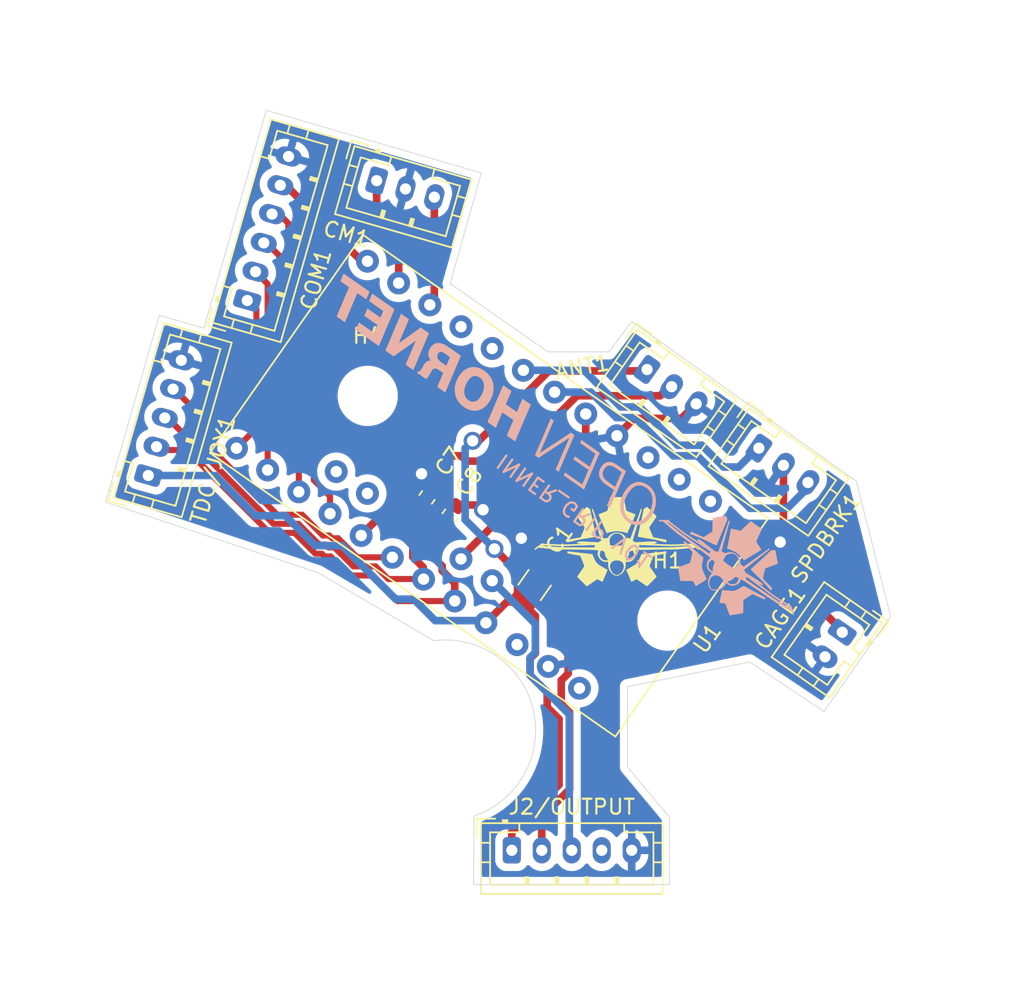
<source format=kicad_pcb>
(kicad_pcb (version 20211014) (generator pcbnew)
  (layers (0 "F.Cu" signal) (31 "B.Cu" signal) (34 "B.Paste" user) (35 "F.Paste" user) (36 "B.SilkS" user "B.Silkscreen") (37 "F.SilkS" user "F.Silkscreen") (38 "B.Mask" user) (39 "F.Mask" user) (44 "Edge.Cuts" user))
  (net 0 "")
  (net 1 "GND")
  (net 2 "VCC")
  (net 3 "/JOY_Y")
  (net 4 "/JOY_X")
  (net 5 "/SPARE")
  (net 6 "/I2C_SCK")
  (net 7 "/I2C_DATA")
  (net 8 "/JOY_SW")
  (net 9 "/PUSH")
  (net 10 "/D")
  (net 11 "/C")
  (net 12 "/B")
  (net 13 "/A")
  (net 14 "/ANTENNA_ELEVATION")
  (net 15 "/SPEEDBREAK_RETRACT")
  (net 16 "/SPEEDBREAK_EXTEND")
  (net 17 "/COUNTERMEASURES_AFT")
  (net 18 "/COUNTERMEASURES_FWD")
  (net 19 "/CAGE-UNCAGE")
  (net 20 "Net-(U1-Pad32)")
  (net 21 "Net-(U1-Pad31)")
  (net 22 "Net-(U1-Pad24)")
  (net 23 "Net-(U1-Pad22)")
  (net 24 "Net-(U1-Pad9)")
  (net 25 "Net-(U1-Pad8)")
  (net 26 "Net-(U1-Pad3)")
  (net 27 "Net-(U1-Pad2)")
  (net 28 "Net-(U1-Pad1)")
  (footprint "Capacitor_SMD:C_1206_3216Metric" (layer "F.Cu") (at 96.139 114.6302 55)
    (fp_text reference "C1" (at 3.44375 -0.395841 55) (layer "F.SilkS"))
    (fp_text value "10uF")
    (pad "1" smd roundrect locked (at -1.4 0 55) (size 1.25 1.75) (layers "F.Cu" "F.Paste" "F.Mask") (roundrect_rratio 0.2) (net 2 "VCC"))
    (pad "2" smd roundrect locked (at 1.4 0 55) (size 1.25 1.75) (layers "F.Cu" "F.Paste" "F.Mask") (roundrect_rratio 0.2) (net 1 "GND"))
  )
  (footprint "Connector_JST:JST_PH_B5B-PH-K_1x05_P2.00mm_Vertical" (layer "F.Cu") (at 94.615 132.334)
    (fp_text reference "J2/OUTPUT" (at 4 -2.9) (layer "F.SilkS"))
    (fp_text value "BASE")
    (pad "1" thru_hole roundrect locked (at 0 0) (size 1.2 1.75) (drill 0.75) (layers *.Cu *.Mask) (roundrect_rratio 0.2083325) (net 2 "VCC"))
    (pad "2" thru_hole oval locked (at 2 0) (size 1.2 1.75) (drill 0.75) (layers *.Cu *.Mask) (net 7 "/I2C_DATA"))
    (pad "3" thru_hole oval locked (at 4 0) (size 1.2 1.75) (drill 0.75) (layers *.Cu *.Mask) (net 6 "/I2C_SCK"))
    (pad "4" thru_hole oval locked (at 6 0) (size 1.2 1.75) (drill 0.75) (layers *.Cu *.Mask) (net 5 "/SPARE"))
    (pad "5" thru_hole oval locked (at 8 0) (size 1.2 1.75) (drill 0.75) (layers *.Cu *.Mask) (net 1 "GND"))
  )
  (footprint "Connector_JST:JST_PH_B5B-PH-K_1x05_P2.00mm_Vertical" (layer "F.Cu") (at 70.358 107.315 74)
    (fp_text reference "TDC/JOY1" (at 1.556443 4.04571 254) (layer "F.SilkS"))
    (fp_text value "JOYSTICK")
    (pad "1" thru_hole roundrect locked (at 0 0 74) (size 1.2 1.75) (drill 0.75) (layers *.Cu *.Mask) (roundrect_rratio 0.2083325) (net 2 "VCC"))
    (pad "2" thru_hole oval locked (at 2 0 74) (size 1.2 1.75) (drill 0.75) (layers *.Cu *.Mask) (net 4 "/JOY_X"))
    (pad "3" thru_hole oval locked (at 4 0 74) (size 1.2 1.75) (drill 0.75) (layers *.Cu *.Mask) (net 3 "/JOY_Y"))
    (pad "4" thru_hole oval locked (at 6 0 74) (size 1.2 1.75) (drill 0.75) (layers *.Cu *.Mask) (net 8 "/JOY_SW"))
    (pad "5" thru_hole oval locked (at 8 0 74) (size 1.2 1.75) (drill 0.75) (layers *.Cu *.Mask) (net 1 "GND"))
  )
  (footprint "Connector_JST:JST_PH_B3B-PH-K_1x03_P2.00mm_Vertical" (layer "F.Cu") (at 85.598 87.63 -16)
    (fp_text reference "CM1" (at -0.973117 3.978342 164) (layer "F.SilkS"))
    (fp_text value "Conn_01x03")
    (pad "1" thru_hole roundrect locked (at 0 0 344) (size 1.2 1.75) (drill 0.75) (layers *.Cu *.Mask) (roundrect_rratio 0.2083325) (net 18 "/COUNTERMEASURES_FWD"))
    (pad "2" thru_hole oval locked (at 2 0 344) (size 1.2 1.75) (drill 0.75) (layers *.Cu *.Mask) (net 1 "GND"))
    (pad "3" thru_hole oval locked (at 4 0 344) (size 1.2 1.75) (drill 0.75) (layers *.Cu *.Mask) (net 17 "/COUNTERMEASURES_AFT"))
  )
  (footprint "Connector_JST:JST_PH_B2B-PH-K_1x02_P2.00mm_Vertical" (layer "F.Cu") (at 116.6622 117.7798 -125)
    (fp_text reference "CAGE1" (at 1.604882 3.9305 55) (layer "F.SilkS"))
    (fp_text value "Conn_01x02")
    (pad "1" thru_hole roundrect locked (at 0 0 235) (size 1.2 1.75) (drill 0.75) (layers *.Cu *.Mask) (roundrect_rratio 0.2083325) (net 19 "/CAGE-UNCAGE"))
    (pad "2" thru_hole oval locked (at 2 0 235) (size 1.2 1.75) (drill 0.75) (layers *.Cu *.Mask) (net 1 "GND"))
  )
  (footprint "MountingHole:MountingHole_3mm" (layer "F.Cu") (at 85 102)
    (fp_text reference "H4" (at 0 -4) (layer "F.SilkS"))
    (fp_text value "MountingHole" hide)
    (pad "" np_thru_hole circle locked (at 0 0) (size 3 3) (drill 3) (layers *.Cu *.Mask))
  )
  (footprint "Connector_JST:JST_PH_B6B-PH-K_1x06_P2.00mm_Vertical" (layer "F.Cu") (at 76.962 95.631 74)
    (fp_text reference "COM1" (at 2.603097 4.009823 74) (layer "F.SilkS"))
    (fp_text value "COMS")
    (pad "1" thru_hole roundrect locked (at 0 0 74) (size 1.2 1.75) (drill 0.75) (layers *.Cu *.Mask) (roundrect_rratio 0.2083325) (net 13 "/A"))
    (pad "2" thru_hole oval locked (at 2 0 74) (size 1.2 1.75) (drill 0.75) (layers *.Cu *.Mask) (net 12 "/B"))
    (pad "3" thru_hole oval locked (at 4 0 74) (size 1.2 1.75) (drill 0.75) (layers *.Cu *.Mask) (net 11 "/C"))
    (pad "4" thru_hole oval locked (at 6 0 74) (size 1.2 1.75) (drill 0.75) (layers *.Cu *.Mask) (net 10 "/D"))
    (pad "5" thru_hole oval locked (at 8 0 74) (size 1.2 1.75) (drill 0.75) (layers *.Cu *.Mask) (net 9 "/PUSH"))
    (pad "6" thru_hole oval locked (at 10 0 74) (size 1.2 1.75) (drill 0.75) (layers *.Cu *.Mask) (net 1 "GND"))
  )
  (footprint "Capacitor_SMD:C_0603_1608Metric" (layer "F.Cu") (at 90.5 110 55)
    (fp_text reference "C8" (at 2.601024 -0.270873 55) (layer "F.SilkS"))
    (fp_text value "0.1uF")
    (pad "1" smd roundrect locked (at -0.7875 0 55) (size 0.875 0.95) (layers "F.Cu" "F.Paste" "F.Mask") (net 4 "/JOY_X"))
    (pad "2" smd roundrect locked (at 0.7875 0 55) (size 0.875 0.95) (layers "F.Cu" "F.Paste" "F.Mask") (net 1 "GND"))
  )
  (footprint "Connector_JST:JST_PH_B3B-PH-K_1x03_P2.00mm_Vertical" (layer "F.Cu") (at 111.0996 105.4862 -35)
    (fp_text reference "SPDBRK1" (at 7.114753 2.367015 235) (layer "F.SilkS"))
    (fp_text value "Conn_01x03")
    (pad "1" thru_hole roundrect locked (at 0 0 325) (size 1.2 1.75) (drill 0.75) (layers *.Cu *.Mask) (roundrect_rratio 0.2083325) (net 16 "/SPEEDBREAK_EXTEND"))
    (pad "2" thru_hole oval locked (at 2 0 325) (size 1.2 1.75) (drill 0.75) (layers *.Cu *.Mask) (net 1 "GND"))
    (pad "3" thru_hole oval locked (at 4 0 325) (size 1.2 1.75) (drill 0.75) (layers *.Cu *.Mask) (net 15 "/SPEEDBREAK_RETRACT"))
  )
  (footprint "KiCAD_Libraries:Arduino_Mini_Pro_No_Programming_Header" (layer "F.Cu") (at 98.298 111.633 -125)
    (fp_text reference "U1" (at 0 -11.43 55) (layer "F.SilkS"))
    (fp_text value "ProMini_NoProgrammingHeader")
    (pad "1" thru_hole circle locked (at -7.62 -6.35 235) (size 1.524 1.524) (drill 0.762) (layers *.Cu *.Mask) (net 28 "Net-(U1-Pad1)"))
    (pad "2" thru_hole circle locked (at -7.62 -3.81 235) (size 1.524 1.524) (drill 0.762) (layers *.Cu *.Mask) (net 27 "Net-(U1-Pad2)"))
    (pad "3" thru_hole circle locked (at -7.62 -1.27 235) (size 1.524 1.524) (drill 0.762) (layers *.Cu *.Mask) (net 26 "Net-(U1-Pad3)"))
    (pad "4" thru_hole circle locked (at -7.62 1.27 235) (size 1.524 1.524) (drill 0.762) (layers *.Cu *.Mask) (net 1 "GND"))
    (pad "5" thru_hole circle locked (at -7.62 3.81 235) (size 1.524 1.524) (drill 0.762) (layers *.Cu *.Mask) (net 19 "/CAGE-UNCAGE"))
    (pad "6" thru_hole circle locked (at -7.62 6.35 235) (size 1.524 1.524) (drill 0.762) (layers *.Cu *.Mask) (net 15 "/SPEEDBREAK_RETRACT"))
    (pad "7" thru_hole circle locked (at -7.62 8.89 235) (size 1.524 1.524) (drill 0.762) (layers *.Cu *.Mask) (net 16 "/SPEEDBREAK_EXTEND"))
    (pad "8" thru_hole circle locked (at -7.62 11.43 235) (size 1.524 1.524) (drill 0.762) (layers *.Cu *.Mask) (net 25 "Net-(U1-Pad8)"))
    (pad "9" thru_hole circle locked (at -7.62 13.97 235) (size 1.524 1.524) (drill 0.762) (layers *.Cu *.Mask) (net 24 "Net-(U1-Pad9)"))
    (pad "10" thru_hole circle locked (at -7.62 16.51 235) (size 1.524 1.524) (drill 0.762) (layers *.Cu *.Mask) (net 17 "/COUNTERMEASURES_AFT"))
    (pad "11" thru_hole circle locked (at -7.62 19.05 235) (size 1.524 1.524) (drill 0.762) (layers *.Cu *.Mask) (net 18 "/COUNTERMEASURES_FWD"))
    (pad "12" thru_hole circle locked (at -7.62 21.59 235) (size 1.524 1.524) (drill 0.762) (layers *.Cu *.Mask) (net 9 "/PUSH"))
    (pad "13" thru_hole circle locked (at 7.62 21.59 235) (size 1.524 1.524) (drill 0.762) (layers *.Cu *.Mask) (net 13 "/A"))
    (pad "14" thru_hole circle locked (at 7.62 19.05 235) (size 1.524 1.524) (drill 0.762) (layers *.Cu *.Mask) (net 12 "/B"))
    (pad "15" thru_hole circle locked (at 7.62 16.51 235) (size 1.524 1.524) (drill 0.762) (layers *.Cu *.Mask) (net 11 "/C"))
    (pad "16" thru_hole circle locked (at 7.62 13.97 235) (size 1.524 1.524) (drill 0.762) (layers *.Cu *.Mask) (net 10 "/D"))
    (pad "17" thru_hole circle locked (at 7.62 11.43 235) (size 1.524 1.524) (drill 0.762) (layers *.Cu *.Mask) (net 14 "/ANTENNA_ELEVATION"))
    (pad "18" thru_hole circle locked (at 7.62 8.89 235) (size 1.524 1.524) (drill 0.762) (layers *.Cu *.Mask) (net 8 "/JOY_SW"))
    (pad "19" thru_hole circle locked (at 7.62 6.35 235) (size 1.524 1.524) (drill 0.762) (layers *.Cu *.Mask) (net 3 "/JOY_Y"))
    (pad "20" thru_hole circle locked (at 7.62 3.81 235) (size 1.524 1.524) (drill 0.762) (layers *.Cu *.Mask) (net 4 "/JOY_X"))
    (pad "21" thru_hole circle locked (at 7.62 1.27 235) (size 1.524 1.524) (drill 0.762) (layers *.Cu *.Mask) (net 2 "VCC"))
    (pad "22" thru_hole circle locked (at 7.62 -1.27 235) (size 1.524 1.524) (drill 0.762) (layers *.Cu *.Mask) (net 23 "Net-(U1-Pad22)"))
    (pad "23" thru_hole circle locked (at 7.62 -3.81 235) (size 1.524 1.524) (drill 0.762) (layers *.Cu *.Mask) (net 1 "GND"))
    (pad "24" thru_hole circle locked (at 7.62 -6.35 235) (size 1.524 1.524) (drill 0.762) (layers *.Cu *.Mask) (net 22 "Net-(U1-Pad24)"))
    (pad "31" thru_hole circle locked (at 5.08 15.24 235) (size 1.524 1.524) (drill 0.762) (layers *.Cu *.Mask) (net 21 "Net-(U1-Pad31)"))
    (pad "32" thru_hole circle locked (at 5.08 12.7 235) (size 1.524 1.524) (drill 0.762) (layers *.Cu *.Mask) (net 20 "Net-(U1-Pad32)"))
    (pad "33" thru_hole circle locked (at 5.08 5.08 235) (size 1.524 1.524) (drill 0.762) (layers *.Cu *.Mask) (net 7 "/I2C_DATA"))
    (pad "34" thru_hole circle locked (at 5.08 2.54 235) (size 1.524 1.524) (drill 0.762) (layers *.Cu *.Mask) (net 6 "/I2C_SCK"))
  )
  (footprint "Capacitor_SMD:C_0603_1608Metric" (layer "F.Cu") (at 88.954691 108.776718 55)
    (fp_text reference "C7" (at 2.801939 -0.187776 55) (layer "F.SilkS"))
    (fp_text value "0.1uF")
    (pad "1" smd roundrect locked (at -0.7875 0 55) (size 0.875 0.95) (layers "F.Cu" "F.Paste" "F.Mask") (net 3 "/JOY_Y"))
    (pad "2" smd roundrect locked (at 0.7875 0 55) (size 0.875 0.95) (layers "F.Cu" "F.Paste" "F.Mask") (net 1 "GND"))
  )
  (footprint "MountingHole:MountingHole_3mm" (layer "F.Cu") (at 105 117)
    (fp_text reference "H1" (at 0 -4) (layer "F.SilkS"))
    (fp_text value "MountingHole" hide)
    (pad "" np_thru_hole circle locked (at 0 0) (size 3 3) (drill 3) (layers *.Cu *.Mask))
  )
  (footprint "KiCAD_Libraries:OH_LOGO_NO_TEXT_11mm_5.9mm" (layer "F.Cu") (at 101.6 112.014)
    (fp_text reference "G***" hide)
    (fp_text value "LOGO" hide)
  )
  (footprint "Connector_JST:JST_PH_B3B-PH-K_1x03_P2.00mm_Vertical" (layer "F.Cu") (at 103.640952 100.237233 -35)
    (fp_text reference "ANT1" (at -3.636911 2.349763 10) (layer "F.SilkS"))
    (fp_text value "Conn_01x03")
    (pad "1" thru_hole roundrect locked (at 0 0 325) (size 1.2 1.75) (drill 0.75) (layers *.Cu *.Mask) (roundrect_rratio 0.2083325) (net 2 "VCC"))
    (pad "2" thru_hole oval locked (at 2 0 325) (size 1.2 1.75) (drill 0.75) (layers *.Cu *.Mask) (net 14 "/ANTENNA_ELEVATION"))
    (pad "3" thru_hole oval locked (at 4 0 325) (size 1.2 1.75) (drill 0.75) (layers *.Cu *.Mask) (net 1 "GND"))
  )
  (footprint "KiCAD_Libraries:OH_LOGO_37.7mm_5.9mm" (layer "B.Cu") (at 98.298 105.41 145)
    (fp_text reference "G***" hide)
    (fp_text value "LOGO" hide)
  )
  (gr_line (start 105.1306 130.1242) (end 105.1306 134.62) (layer "Edge.Cuts") (width 0.05))
  (gr_line (start 110.49 119.761) (end 102.3366 121.412) (layer "Edge.Cuts") (width 0.05))
  (gr_line (start 119.888 116.713) (end 117.602 107.696) (layer "Edge.Cuts") (width 0.05))
  (gr_line (start 110.49 119.761) (end 115.443 123.063) (layer "Edge.Cuts") (width 0.05))
  (gr_line (start 71.0946 96.6216) (end 67.5132 109.093) (layer "Edge.Cuts") (width 0.05))
  (gr_line (start 102.3366 126.7714) (end 102.3366 121.412) (layer "Edge.Cuts") (width 0.05))
  (gr_line (start 117.602 107.696) (end 102.616 97.028) (layer "Edge.Cuts") (width 0.05))
  (gr_line (start 90.5 94.5) (end 97.028 99.06) (layer "Edge.Cuts") (width 0.05))
  (gr_line (start 67.5132 109.093) (end 81.710875 113.814654) (layer "Edge.Cuts") (width 0.05))
  (gr_line (start 102.3366 126.7714) (end 105.1306 130.1242) (layer "Edge.Cuts") (width 0.05))
  (gr_line (start 78.232 82.931) (end 92.583 87.122) (layer "Edge.Cuts") (width 0.05))
  (gr_line (start 78.232 82.931) (end 74.0664 97.4852) (layer "Edge.Cuts") (width 0.05))
  (gr_line (start 92.583 87.122) (end 90.5 94.5) (layer "Edge.Cuts") (width 0.05))
  (gr_line (start 97.028 99.06) (end 101.092 99.06) (layer "Edge.Cuts") (width 0.05))
  (gr_line (start 92.06597 134.62) (end 105.1306 134.62) (layer "Edge.Cuts") (width 0.05))
  (gr_line (start 74.0664 97.4852) (end 71.0946 96.6216) (layer "Edge.Cuts") (width 0.05))
  (gr_line (start 81.710875 113.814654) (end 89.40784 118.338975) (layer "Edge.Cuts") (width 0.05))
  (gr_line (start 115.443 123.063) (end 119.888 116.713) (layer "Edge.Cuts") (width 0.05))
  (gr_line (start 101.092 99.06) (end 102.616 97.028) (layer "Edge.Cuts") (width 0.05))
  (gr_line (start 92.06597 134.62) (end 92.0866 130.048168) (layer "Edge.Cuts") (width 0.05))
  (gr_arc (start 89.40784 118.338975) (mid 96.049824 122.980473) (end 92.0866 130.048168) (layer "Edge.Cuts") (width 0.05))
  (gr_text "INNER_GRIP V01" (at 98.806 109.728 145) (layer "B.SilkS") (effects (font (size 1 1)) (justify mirror)))
  (segment (start 112.737904 111.544096) (end 112.522 111.76) (width 0.508) (layer "F.Cu") (net 1))
  (segment (start 91.113691 109.284718) (end 92.379118 109.284718) (width 0.508) (layer "F.Cu") (net 1))
  (segment (start 95.249996 111.791376) (end 95.249996 111.5) (width 0.508) (layer "F.Cu") (net 1))
  (segment (start 102.790948 103.5) (end 105.934 103.5) (width 0.508) (layer "F.Cu") (net 1))
  (segment (start 92.379118 109.284718) (end 92.694 109.5996) (width 0.508) (layer "F.Cu") (net 1))
  (segment (start 112.737904 106.633353) (end 112.737904 111.544096) (width 0.508) (layer "F.Cu") (net 1))
  (segment (start 101.628329 104.662619) (end 102.790948 103.5) (width 0.508) (layer "F.Cu") (net 1))
  (segment (start 89.406382 108.013782) (end 88.590937 107.198337) (width 0.508) (layer "F.Cu") (net 1))
  (segment (start 105.934 103.5) (end 106.934 102.5) (width 0.508) (layer "F.Cu") (net 1))
  (segment (start 96.942007 113.483387) (end 95.249996 111.791376) (width 0.508) (layer "F.Cu") (net 1))
  (via (at 112.522 111.76) (size 1.2) (drill 0.762) (layers "F.Cu" "B.Cu") (net 1))
  (via (at 95.249996 111.5) (size 1.2) (drill 0.762) (layers "F.Cu" "B.Cu") (net 1))
  (via (at 88.590937 107.198337) (size 1.2) (drill 0.762) (layers "F.Cu" "B.Cu") (net 1))
  (via (at 92.694 109.5996) (size 1.2) (drill 0.762) (layers "F.Cu" "B.Cu") (net 1))
  (segment (start 97.7646 123.571) (end 97.7646 127.9652) (width 0.508) (layer "F.Cu") (net 2))
  (segment (start 94.285721 115.7478) (end 95.3008 115.7478) (width 0.508) (layer "F.Cu") (net 2))
  (segment (start 95.832316 120.643946) (end 96.9772 121.78883) (width 0.508) (layer "F.Cu") (net 2))
  (segment (start 97.7646 127.9652) (end 94.615 131.1148) (width 0.508) (layer "F.Cu") (net 2))
  (segment (start 96.9772 121.78883) (end 96.9772 122.7836) (width 0.508) (layer "F.Cu") (net 2))
  (segment (start 95.3516 115.8494) (end 96.183672 116.681472) (width 0.508) (layer "F.Cu") (net 2))
  (segment (start 96.183672 116.681472) (end 96.183672 119.187062) (width 0.508) (layer "F.Cu") (net 2))
  (segment (start 97.086212 100.33) (end 92.416212 105) (width 0.508) (layer "F.Cu") (net 2))
  (segment (start 93.455825 112.217199) (end 95 113.761374) (width 0.508) (layer "F.Cu") (net 2))
  (segment (start 96.9772 122.7836) (end 97.7646 123.571) (width 0.508) (layer "F.Cu") (net 2))
  (segment (start 96.183672 119.187062) (end 95.832316 119.538418) (width 0.508) (layer "F.Cu") (net 2))
  (segment (start 103.5 100) (end 103.17 100.33) (width 0.508) (layer "F.Cu") (net 2))
  (segment (start 95.832316 119.538418) (end 95.832316 120.643946) (width 0.508) (layer "F.Cu") (net 2))
  (segment (start 95 113.761374) (end 95 115.5) (width 0.508) (layer "F.Cu") (net 2))
  (segment (start 103.17 100.33) (end 97.086212 100.33) (width 0.508) (layer "F.Cu") (net 2))
  (segment (start 92.416212 105) (end 91.99997 105) (width 0.508) (layer "F.Cu") (net 2))
  (segment (start 92.887024 117.146497) (end 94.285721 115.7478) (width 0.508) (layer "F.Cu") (net 2))
  (segment (start 94.615 131.1148) (end 94.615 132.334) (width 0.508) (layer "F.Cu") (net 2))
  (via (at 91.99997 105) (size 1.2) (drill 0.762) (layers "F.Cu" "B.Cu") (net 2))
  (via (at 93.455825 112.217199) (size 1.2) (drill 0.762) (layers "F.Cu" "B.Cu") (net 2))
  (segment (start 86.868 115.57) (end 88.07 115.57) (width 0.508) (layer "B.Cu") (net 2))
  (segment (start 74.815 107.315) (end 77.5 110) (width 0.508) (layer "B.Cu") (net 2))
  (segment (start 91.500014 110.261388) (end 91.500014 105.499956) (width 0.508) (layer "B.Cu") (net 2))
  (segment (start 91.500014 105.499956) (end 91.99997 105) (width 0.508) (layer "B.Cu") (net 2))
  (segment (start 79.5 110) (end 81.5 112) (width 0.508) (layer "B.Cu") (net 2))
  (segment (start 92 105) (end 91.99997 105) (width 0.508) (layer "B.Cu") (net 2))
  (segment (start 77.5 110) (end 79.5 110) (width 0.508) (layer "B.Cu") (net 2))
  (segment (start 81.5 112) (end 83.298 112) (width 0.508) (layer "B.Cu") (net 2))
  (segment (start 83.298 112) (end 86.868 115.57) (width 0.508) (layer "B.Cu") (net 2))
  (segment (start 88.07 115.57) (end 89.5 117) (width 0.508) (layer "B.Cu") (net 2))
  (segment (start 93.455825 112.217199) (end 91.500014 110.261388) (width 0.508) (layer "B.Cu") (net 2))
  (segment (start 89.5 117) (end 93 117) (width 0.508) (layer "B.Cu") (net 2))
  (segment (start 70.358 107.315) (end 74.815 107.315) (width 0.508) (layer "B.Cu") (net 2))
  (segment (start 82.375017 112.11241) (end 82.7758 112.11241) (width 0.4064) (layer "F.Cu") (net 3))
  (segment (start 87.503 111.506) (end 88.011 112.014) (width 0.508) (layer "F.Cu") (net 3))
  (segment (start 88.011 112.7506) (end 88.6968 113.4364) (width 0.508) (layer "F.Cu") (net 3))
  (segment (start 82.7758 112.11241) (end 84.045643 113.382254) (width 0.4064) (layer "F.Cu") (net 3))
  (segment (start 81.756177 111.925369) (end 80.368418 110.53761) (width 0.4064) (layer "F.Cu") (net 3))
  (segment (start 73.91719 105.748849) (end 73.91719 105.74339) (width 0.4064) (layer "F.Cu") (net 3))
  (segment (start 88.6968 113.4364) (end 88.6968 114.1984) (width 0.508) (layer "F.Cu") (net 3))
  (segment (start 82.187976 111.925369) (end 82.375017 112.11241) (width 0.4064) (layer "F.Cu") (net 3))
  (segment (start 71.628 103.4542) (end 71.4756 103.4542) (width 0.4064) (layer "F.Cu") (net 3))
  (segment (start 80.368418 110.53761) (end 78.705951 110.53761) (width 0.4064) (layer "F.Cu") (net 3))
  (segment (start 87.503 110.9218) (end 87.503 110.497) (width 0.508) (layer "F.Cu") (net 3))
  (segment (start 85.526998 113.382254) (end 86.368544 114.2238) (width 0.4064) (layer "F.Cu") (net 3))
  (segment (start 87.503 110.497) (end 88.5 109.5) (width 0.508) (layer "F.Cu") (net 3))
  (segment (start 78.705951 110.53761) (end 78.350724 110.182382) (width 0.4064) (layer "F.Cu") (net 3))
  (segment (start 86.368544 114.2238) (end 88.7476 114.2238) (width 0.4064) (layer "F.Cu") (net 3))
  (segment (start 88.7476 114.2238) (end 88.7476 114.2746) (width 0.4064) (layer "F.Cu") (net 3))
  (segment (start 73.91719 105.74339) (end 71.628 103.4542) (width 0.4064) (layer "F.Cu") (net 3))
  (segment (start 84.045643 113.382254) (end 85.526998 113.382254) (width 0.4064) (layer "F.Cu") (net 3))
  (segment (start 78.350724 110.182382) (end 73.91719 105.748849) (width 0.4064) (layer "F.Cu") (net 3))
  (segment (start 87.503 110.9218) (end 87.503 111.506) (width 0.508) (layer "F.Cu") (net 3))
  (segment (start 88.011 112.014) (end 88.011 112.7506) (width 0.508) (layer "F.Cu") (net 3))
  (segment (start 81.756177 111.925369) (end 82.187976 111.925369) (width 0.4064) (layer "F.Cu") (net 3))
  (segment (start 88.406382 109.631636) (end 88.406382 109.513782) (width 0.508) (layer "F.Cu") (net 3))
  (segment (start 89.210309 112.074882) (end 89.210309 112.602473) (width 0.508) (layer "F.Cu") (net 4))
  (segment (start 71.12 105.6132) (end 70.8914 105.3846) (width 0.4064) (layer "F.Cu") (net 4))
  (segment (start 86.984152 115.697) (end 85.275816 113.988664) (width 0.4064) (layer "F.Cu") (net 4))
  (segment (start 89.210309 112.602473) (end 89.9668 113.358964) (width 0.508) (layer "F.Cu") (net 4))
  (segment (start 90.805 114.5032) (end 90.805 115.697) (width 0.508) (layer "F.Cu") (net 4))
  (segment (start 89.210309 111.289691) (end 90 110.5) (width 0.508) (layer "F.Cu") (net 4))
  (segment (start 90.8558 115.697) (end 86.984152 115.697) (width 0.4064) (layer "F.Cu") (net 4))
  (segment (start 89.9668 113.358964) (end 89.9668 113.665) (width 0.508) (layer "F.Cu") (net 4))
  (segment (start 82.524618 112.71882) (end 82.123834 112.71882) (width 0.4064) (layer "F.Cu") (net 4))
  (segment (start 85.275816 113.988664) (end 83.79446 113.988664) (width 0.4064) (layer "F.Cu") (net 4))
  (segment (start 89.210309 112.074882) (end 89.210309 111.289691) (width 0.508) (layer "F.Cu") (net 4))
  (segment (start 81.936792 112.531778) (end 81.504994 112.531778) (width 0.4064) (layer "F.Cu") (net 4))
  (segment (start 83.79446 113.988664) (end 82.524618 112.71882) (width 0.4064) (layer "F.Cu") (net 4))
  (segment (start 89.9668 113.665) (end 90.805 114.5032) (width 0.508) (layer "F.Cu") (net 4))
  (segment (start 82.123834 112.71882) (end 81.936792 112.531778) (width 0.4064) (layer "F.Cu") (net 4))
  (segment (start 78.45477 111.14402) (end 72.92395 105.6132) (width 0.4064) (layer "F.Cu") (net 4))
  (segment (start 80.117236 111.14402) (end 78.45477 111.14402) (width 0.4064) (layer "F.Cu") (net 4))
  (segment (start 72.92395 105.6132) (end 71.12 105.6132) (width 0.4064) (layer "F.Cu") (net 4))
  (segment (start 81.504994 112.531778) (end 80.117236 111.14402) (width 0.4064) (layer "F.Cu") (net 4))
  (segment (start 98.4504 132.207) (end 98.6536 132.4102) (width 0.508) (layer "B.Cu") (net 6))
  (segment (start 95.832316 119.476584) (end 95.832316 120.643946) (width 0.508) (layer "B.Cu") (net 6))
  (segment (start 95.832316 120.643946) (end 98.4504 123.26203) (width 0.508) (layer "B.Cu") (net 6))
  (segment (start 96.183672 117.217494) (end 96.183672 119.125228) (width 0.508) (layer "B.Cu") (net 6))
  (segment (start 98.4504 123.26203) (end 98.4504 132.207) (width 0.508) (layer "B.Cu") (net 6))
  (segment (start 93.303586 114.337408) (end 96.183672 117.217494) (width 0.508) (layer "B.Cu") (net 6))
  (segment (start 96.183672 119.125228) (end 95.832316 119.476584) (width 0.508) (layer "B.Cu") (net 6))
  (segment (start 96.615 132.334) (end 96.615 130.116076) (width 0.508) (layer "F.Cu") (net 7))
  (segment (start 98.472609 123.136009) (end 97.912962 122.576362) (width 0.508) (layer "F.Cu") (net 7))
  (segment (start 98.679 112.679) (end 96 110) (width 0.508) (layer "F.Cu") (net 7))
  (segment (start 94.0128 110) (end 91.1352 112.8776) (width 0.508) (layer "F.Cu") (net 7))
  (segment (start 98.3742 114.2492) (end 98.679 113.9444) (width 0.508) (layer "F.Cu") (net 7))
  (segment (start 97.912962 122.576362) (end 97.912962 120.995302) (width 0.508) (layer "F.Cu") (net 7))
  (segment (start 98.679 113.9444) (end 98.679 112.679) (width 0.508) (layer "F.Cu") (net 7))
  (segment (start 91.1352 112.8776) (end 91.1352 112.903) (width 0.508) (layer "F.Cu") (net 7))
  (segment (start 96.615 130.116076) (end 98.472609 128.258467) (width 0.508) (layer "F.Cu") (net 7))
  (segment (start 96 110) (end 94.0128 110) (width 0.508) (layer "F.Cu") (net 7))
  (segment (start 97.912962 120.995302) (end 98.3742 120.534064) (width 0.508) (layer "F.Cu") (net 7))
  (segment (start 98.472609 128.258467) (end 98.472609 123.136009) (width 0.508) (layer "F.Cu") (net 7))
  (segment (start 98.3742 120.534064) (end 98.3742 114.2492) (width 0.508) (layer "F.Cu") (net 7))
  (segment (start 82.439159 111.318959) (end 82.6262 111.506) (width 0.4064) (layer "F.Cu") (net 8))
  (segment (start 78.957134 109.9312) (end 80.6196 109.9312) (width 0.4064) (layer "F.Cu") (net 8))
  (segment (start 74.5236 105.497666) (end 78.957134 109.9312) (width 0.4064) (layer "F.Cu") (net 8))
  (segment (start 72.0852 101.5492) (end 74.5236 103.9876) (width 0.4064) (layer "F.Cu") (net 8))
  (segment (start 74.5236 103.9876) (end 74.5236 105.497666) (width 0.4064) (layer "F.Cu") (net 8))
  (segment (start 82.6262 111.506) (end 83.026982 111.506) (width 0.4064) (layer "F.Cu") (net 8))
  (segment (start 84.296826 112.775844) (end 86.645086 112.775844) (width 0.4064) (layer "F.Cu") (net 8))
  (segment (start 71.9836 101.5492) (end 72.0852 101.5492) (width 0.4064) (layer "F.Cu") (net 8))
  (segment (start 83.026982 111.506) (end 84.296826 112.775844) (width 0.4064) (layer "F.Cu") (net 8))
  (segment (start 80.6196 109.9312) (end 82.007359 111.318959) (width 0.4064) (layer "F.Cu") (net 8))
  (segment (start 82.007359 111.318959) (end 82.439159 111.318959) (width 0.4064) (layer "F.Cu") (net 8))
  (segment (start 84.963 92.9894) (end 84.9376 92.9894) (width 0.508) (layer "F.Cu") (net 9))
  (segment (start 79.533506 87.940906) (end 84.582 92.9894) (width 0.508) (layer "F.Cu") (net 9))
  (segment (start 79.167099 87.940906) (end 79.533506 87.940906) (width 0.508) (layer "F.Cu") (net 9))
  (segment (start 84.582 92.9894) (end 84.963 92.9894) (width 0.508) (layer "F.Cu") (net 9))
  (segment (start 79.121 89.8906) (end 78.613 89.8906) (width 0.4064) (layer "F.Cu") (net 10))
  (segment (start 81.407 107.6198) (end 81.407 106.553) (width 0.4064) (layer "F.Cu") (net 10))
  (segment (start 79.70201 90.47161) (end 79.121 89.8906) (width 0.4064) (layer "F.Cu") (net 10))
  (segment (start 79.70201 104.84801) (end 79.70201 90.47161) (width 0.4064) (layer "F.Cu") (net 10))
  (segment (start 82.483793 108.696593) (end 81.407 107.6198) (width 0.4064) (layer "F.Cu") (net 10))
  (segment (start 81.407 106.553) (end 79.70201 104.84801) (width 0.4064) (layer "F.Cu") (net 10))
  (segment (start 82.483793 109.862076) (end 82.483793 108.696593) (width 0.4064) (layer "F.Cu") (net 10))
  (segment (start 80.403147 106.920747) (end 79.0956 105.6132) (width 0.4064) (layer "F.Cu") (net 11))
  (segment (start 80.403147 108.405192) (end 80.403147 106.920747) (width 0.4064) (layer "F.Cu") (net 11))
  (segment (start 79.0956 92.6338) (end 78.232 91.7702) (width 0.4064) (layer "F.Cu") (net 11))
  (segment (start 79.0956 105.6132) (end 79.0956 92.6338) (width 0.4064) (layer "F.Cu") (net 11))
  (segment (start 78.232 91.7702) (end 78.0288 91.7702) (width 0.4064) (layer "F.Cu") (net 11))
  (segment (start 78.322501 106.948307) (end 78.322501 94.527701) (width 0.4064) (layer "F.Cu") (net 12))
  (segment (start 77.5208 93.726) (end 77.5208 93.6498) (width 0.4064) (layer "F.Cu") (net 12))
  (segment (start 78.322501 94.527701) (end 77.5208 93.726) (width 0.4064) (layer "F.Cu") (net 12))
  (segment (start 77.5716 104.161678) (end 77.5716 96.2152) (width 0.4064) (layer "F.Cu") (net 13))
  (segment (start 77.5716 96.2152) (end 76.9874 95.631) (width 0.4064) (layer "F.Cu") (net 13))
  (segment (start 76.241855 105.491423) (end 77.5716 104.161678) (width 0.4064) (layer "F.Cu") (net 13))
  (segment (start 84.5566 111.3028) (end 87 108.8594) (width 0.508) (layer "F.Cu") (net 14))
  (segment (start 94.599735 106.354001) (end 98.964002 101.989734) (width 0.508) (layer "F.Cu") (net 14))
  (segment (start 91.236078 106) (end 91.590079 106.354001) (width 0.508) (layer "F.Cu") (net 14))
  (segment (start 87.5 106) (end 91.236078 106) (width 0.508) (layer "F.Cu") (net 14))
  (segment (start 87 106.5) (end 87.5 106) (width 0.508) (layer "F.Cu") (net 14))
  (segment (start 104.510266 101.989734) (end 105 101.5) (width 0.508) (layer "F.Cu") (net 14))
  (segment (start 87 108.8594) (end 87 106.5) (width 0.508) (layer "F.Cu") (net 14))
  (segment (start 91.590079 106.354001) (end 94.599735 106.354001) (width 0.508) (layer "F.Cu") (net 14))
  (segment (start 98.964002 101.989734) (end 104.510266 101.989734) (width 0.508) (layer "F.Cu") (net 14))
  (segment (start 110.5 109.5) (end 113 109.5) (width 0.508) (layer "B.Cu") (net 15))
  (segment (start 105.389155 106) (end 107 106) (width 0.508) (layer "B.Cu") (net 15))
  (segment (start 107 106) (end 110.5 109.5) (width 0.508) (layer "B.Cu") (net 15))
  (segment (start 97.467037 101.748851) (end 99.890481 101.748851) (width 0.508) (layer "B.Cu") (net 15))
  (segment (start 113 109.5) (end 114.5 108) (width 0.508) (layer "B.Cu") (net 15))
  (segment (start 102.446618 103.446618) (end 102.835773 103.446618) (width 0.508) (layer "B.Cu") (net 15))
  (segment (start 99.890481 101.748851) (end 101.588248 103.446618) (width 0.508) (layer "B.Cu") (net 15))
  (segment (start 101.588248 103.446618) (end 102.446618 103.446618) (width 0.508) (layer "B.Cu") (net 15))
  (segment (start 102.835773 103.446618) (end 105.389155 106) (width 0.508) (layer "B.Cu") (net 15))
  (segment (start 107.293267 105.29199) (end 107.70801 105.706734) (width 0.508) (layer "B.Cu") (net 16))
  (segment (start 108.750638 106.749362) (end 109.750638 106.749362) (width 0.508) (layer "B.Cu") (net 16))
  (segment (start 107.70801 105.706734) (end 108.750638 106.749362) (width 0.508) (layer "B.Cu") (net 16))
  (segment (start 100.183748 101.040842) (end 101.881514 102.738608) (width 0.508) (layer "B.Cu") (net 16))
  (segment (start 103.141833 102.738608) (end 105.5 105.096775) (width 0.508) (layer "B.Cu") (net 16))
  (segment (start 105.5 105.096775) (end 105.5 105.109569) (width 0.508) (layer "B.Cu") (net 16))
  (segment (start 105.682421 105.29199) (end 107.293267 105.29199) (width 0.508) (layer "B.Cu") (net 16))
  (segment (start 97.791967 100.291967) (end 99.434873 100.291967) (width 0.508) (layer "B.Cu") (net 16))
  (segment (start 101.881514 102.738608) (end 103.141833 102.738608) (width 0.508) (layer "B.Cu") (net 16))
  (segment (start 95.386391 100.291967) (end 97.791967 100.291967) (width 0.508) (layer "B.Cu") (net 16))
  (segment (start 109.750638 106.749362) (end 111 105.5) (width 0.508) (layer "B.Cu") (net 16))
  (segment (start 105.5 105.109569) (end 105.682421 105.29199) (width 0.508) (layer "B.Cu") (net 16))
  (segment (start 99.434873 100.291967) (end 100.183748 101.040842) (width 0.508) (layer "B.Cu") (net 16))
  (segment (start 89.443047 88.732549) (end 89.443047 95.595953) (width 0.508) (layer "F.Cu") (net 17))
  (segment (start 89.443047 95.595953) (end 89.1286 95.9104) (width 0.508) (layer "F.Cu") (net 17))
  (segment (start 87.0712 91.6432) (end 87.0712 94.361) (width 0.508) (layer "F.Cu") (net 18))
  (segment (start 85.598 90.17) (end 87.0712 91.6432) (width 0.508) (layer "F.Cu") (net 18))
  (segment (start 85.598 87.63) (end 85.598 90.17) (width 0.508) (layer "F.Cu") (net 18))
  (segment (start 108.458 113.284) (end 109.728 113.284) (width 0.508) (layer "F.Cu") (net 19))
  (segment (start 99.547683 103.205735) (end 99.547683 105.897683) (width 0.508) (layer "F.Cu") (net 19))
  (segment (start 112.268 113.284) (end 116.586 117.602) (width 0.508) (layer "F.Cu") (net 19))
  (segment (start 104.902 109.728) (end 108.458 113.284) (width 0.508) (layer "F.Cu") (net 19))
  (segment (start 99.547683 105.897683) (end 103.378 109.728) (width 0.508) (layer "F.Cu") (net 19))
  (segment (start 103.378 109.728) (end 104.902 109.728) (width 0.508) (layer "F.Cu") (net 19))
  (segment (start 109.728 113.284) (end 112.268 113.284) (width 0.508) (layer "F.Cu") (net 19))
  (zone (net 1) (net_name "GND") (layer "B.Cu") (connect_pads (clearance 0.508)) (min_thickness 0.254) (fill yes (thermal_gap 0.508) (thermal_bridge_width 0.508))
    (polygon (pts (xy 128.813 107.3186) (xy 105.883 141.6014) (xy 60.46443 121.505885) (xy 77.03793 75.569985)))
  )
)
</source>
